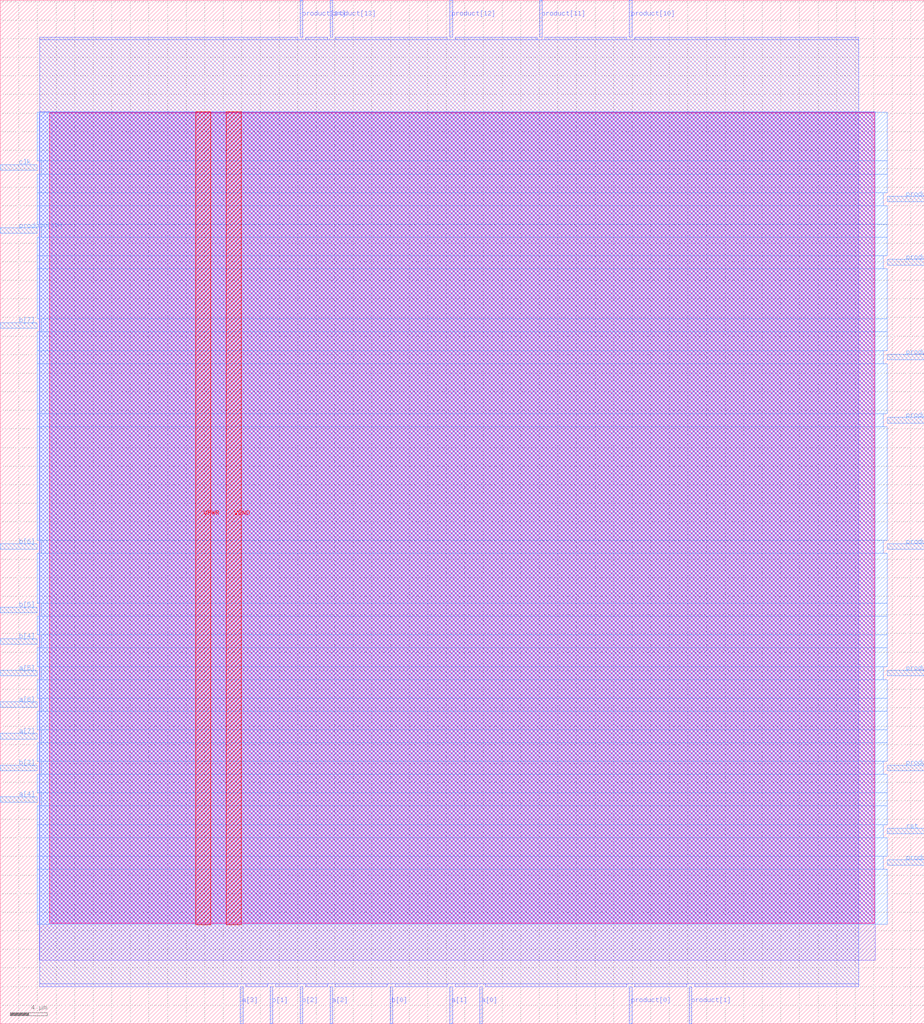
<source format=lef>
VERSION 5.7 ;
  NOWIREEXTENSIONATPIN ON ;
  DIVIDERCHAR "/" ;
  BUSBITCHARS "[]" ;
MACRO mult
  CLASS BLOCK ;
  FOREIGN mult ;
  ORIGIN 0.000 0.000 ;
  SIZE 99.430 BY 110.150 ;
  PIN VGND
    DIRECTION INOUT ;
    USE GROUND ;
    PORT
      LAYER met4 ;
        RECT 24.340 10.640 25.940 98.160 ;
    END
  END VGND
  PIN VPWR
    DIRECTION INOUT ;
    USE POWER ;
    PORT
      LAYER met4 ;
        RECT 21.040 10.640 22.640 98.160 ;
    END
  END VPWR
  PIN a[0]
    DIRECTION INPUT ;
    USE SIGNAL ;
    ANTENNAGATEAREA 0.196500 ;
    PORT
      LAYER met2 ;
        RECT 51.610 0.000 51.890 4.000 ;
    END
  END a[0]
  PIN a[1]
    DIRECTION INPUT ;
    USE SIGNAL ;
    ANTENNAGATEAREA 0.196500 ;
    PORT
      LAYER met2 ;
        RECT 48.390 0.000 48.670 4.000 ;
    END
  END a[1]
  PIN a[2]
    DIRECTION INPUT ;
    USE SIGNAL ;
    ANTENNAGATEAREA 0.196500 ;
    PORT
      LAYER met2 ;
        RECT 35.510 0.000 35.790 4.000 ;
    END
  END a[2]
  PIN a[3]
    DIRECTION INPUT ;
    USE SIGNAL ;
    ANTENNAGATEAREA 0.196500 ;
    PORT
      LAYER met2 ;
        RECT 25.850 0.000 26.130 4.000 ;
    END
  END a[3]
  PIN a[4]
    DIRECTION INPUT ;
    USE SIGNAL ;
    ANTENNAGATEAREA 0.196500 ;
    PORT
      LAYER met3 ;
        RECT 0.000 23.840 4.000 24.440 ;
    END
  END a[4]
  PIN a[5]
    DIRECTION INPUT ;
    USE SIGNAL ;
    ANTENNAGATEAREA 0.196500 ;
    PORT
      LAYER met3 ;
        RECT 0.000 37.440 4.000 38.040 ;
    END
  END a[5]
  PIN a[6]
    DIRECTION INPUT ;
    USE SIGNAL ;
    ANTENNAGATEAREA 0.196500 ;
    PORT
      LAYER met3 ;
        RECT 0.000 34.040 4.000 34.640 ;
    END
  END a[6]
  PIN a[7]
    DIRECTION INPUT ;
    USE SIGNAL ;
    ANTENNAGATEAREA 0.196500 ;
    PORT
      LAYER met3 ;
        RECT 0.000 30.640 4.000 31.240 ;
    END
  END a[7]
  PIN b[0]
    DIRECTION INPUT ;
    USE SIGNAL ;
    ANTENNAGATEAREA 0.196500 ;
    PORT
      LAYER met2 ;
        RECT 41.950 0.000 42.230 4.000 ;
    END
  END b[0]
  PIN b[1]
    DIRECTION INPUT ;
    USE SIGNAL ;
    ANTENNAGATEAREA 0.196500 ;
    PORT
      LAYER met2 ;
        RECT 29.070 0.000 29.350 4.000 ;
    END
  END b[1]
  PIN b[2]
    DIRECTION INPUT ;
    USE SIGNAL ;
    ANTENNAGATEAREA 0.196500 ;
    PORT
      LAYER met2 ;
        RECT 32.290 0.000 32.570 4.000 ;
    END
  END b[2]
  PIN b[3]
    DIRECTION INPUT ;
    USE SIGNAL ;
    ANTENNAGATEAREA 0.196500 ;
    PORT
      LAYER met3 ;
        RECT 0.000 27.240 4.000 27.840 ;
    END
  END b[3]
  PIN b[4]
    DIRECTION INPUT ;
    USE SIGNAL ;
    ANTENNAGATEAREA 0.196500 ;
    PORT
      LAYER met3 ;
        RECT 0.000 40.840 4.000 41.440 ;
    END
  END b[4]
  PIN b[5]
    DIRECTION INPUT ;
    USE SIGNAL ;
    ANTENNAGATEAREA 0.196500 ;
    PORT
      LAYER met3 ;
        RECT 0.000 44.240 4.000 44.840 ;
    END
  END b[5]
  PIN b[6]
    DIRECTION INPUT ;
    USE SIGNAL ;
    ANTENNAGATEAREA 0.196500 ;
    PORT
      LAYER met3 ;
        RECT 0.000 51.040 4.000 51.640 ;
    END
  END b[6]
  PIN b[7]
    DIRECTION INPUT ;
    USE SIGNAL ;
    ANTENNAGATEAREA 0.196500 ;
    PORT
      LAYER met3 ;
        RECT 0.000 74.840 4.000 75.440 ;
    END
  END b[7]
  PIN clk
    DIRECTION INPUT ;
    USE SIGNAL ;
    ANTENNAGATEAREA 0.852000 ;
    PORT
      LAYER met3 ;
        RECT 0.000 91.840 4.000 92.440 ;
    END
  END clk
  PIN product[0]
    DIRECTION OUTPUT ;
    USE SIGNAL ;
    ANTENNADIFFAREA 0.445500 ;
    PORT
      LAYER met2 ;
        RECT 67.710 0.000 67.990 4.000 ;
    END
  END product[0]
  PIN product[10]
    DIRECTION OUTPUT ;
    USE SIGNAL ;
    ANTENNADIFFAREA 0.445500 ;
    PORT
      LAYER met2 ;
        RECT 67.710 106.150 67.990 110.150 ;
    END
  END product[10]
  PIN product[11]
    DIRECTION OUTPUT ;
    USE SIGNAL ;
    ANTENNADIFFAREA 0.445500 ;
    PORT
      LAYER met2 ;
        RECT 58.050 106.150 58.330 110.150 ;
    END
  END product[11]
  PIN product[12]
    DIRECTION OUTPUT ;
    USE SIGNAL ;
    ANTENNADIFFAREA 0.445500 ;
    PORT
      LAYER met2 ;
        RECT 48.390 106.150 48.670 110.150 ;
    END
  END product[12]
  PIN product[13]
    DIRECTION OUTPUT ;
    USE SIGNAL ;
    ANTENNADIFFAREA 0.445500 ;
    PORT
      LAYER met2 ;
        RECT 35.510 106.150 35.790 110.150 ;
    END
  END product[13]
  PIN product[14]
    DIRECTION OUTPUT ;
    USE SIGNAL ;
    ANTENNADIFFAREA 0.445500 ;
    PORT
      LAYER met2 ;
        RECT 32.290 106.150 32.570 110.150 ;
    END
  END product[14]
  PIN product[15]
    DIRECTION OUTPUT ;
    USE SIGNAL ;
    ANTENNADIFFAREA 0.445500 ;
    PORT
      LAYER met3 ;
        RECT 0.000 85.040 4.000 85.640 ;
    END
  END product[15]
  PIN product[1]
    DIRECTION OUTPUT ;
    USE SIGNAL ;
    ANTENNADIFFAREA 0.445500 ;
    PORT
      LAYER met2 ;
        RECT 74.150 0.000 74.430 4.000 ;
    END
  END product[1]
  PIN product[2]
    DIRECTION OUTPUT ;
    USE SIGNAL ;
    ANTENNADIFFAREA 0.445500 ;
    PORT
      LAYER met3 ;
        RECT 95.430 17.040 99.430 17.640 ;
    END
  END product[2]
  PIN product[3]
    DIRECTION OUTPUT ;
    USE SIGNAL ;
    ANTENNADIFFAREA 0.445500 ;
    PORT
      LAYER met3 ;
        RECT 95.430 27.240 99.430 27.840 ;
    END
  END product[3]
  PIN product[4]
    DIRECTION OUTPUT ;
    USE SIGNAL ;
    ANTENNADIFFAREA 0.445500 ;
    PORT
      LAYER met3 ;
        RECT 95.430 37.440 99.430 38.040 ;
    END
  END product[4]
  PIN product[5]
    DIRECTION OUTPUT ;
    USE SIGNAL ;
    ANTENNADIFFAREA 0.445500 ;
    PORT
      LAYER met3 ;
        RECT 95.430 51.040 99.430 51.640 ;
    END
  END product[5]
  PIN product[6]
    DIRECTION OUTPUT ;
    USE SIGNAL ;
    ANTENNADIFFAREA 0.445500 ;
    PORT
      LAYER met3 ;
        RECT 95.430 64.640 99.430 65.240 ;
    END
  END product[6]
  PIN product[7]
    DIRECTION OUTPUT ;
    USE SIGNAL ;
    ANTENNADIFFAREA 0.445500 ;
    PORT
      LAYER met3 ;
        RECT 95.430 71.440 99.430 72.040 ;
    END
  END product[7]
  PIN product[8]
    DIRECTION OUTPUT ;
    USE SIGNAL ;
    ANTENNADIFFAREA 0.445500 ;
    PORT
      LAYER met3 ;
        RECT 95.430 81.640 99.430 82.240 ;
    END
  END product[8]
  PIN product[9]
    DIRECTION OUTPUT ;
    USE SIGNAL ;
    ANTENNADIFFAREA 0.445500 ;
    PORT
      LAYER met3 ;
        RECT 95.430 88.440 99.430 89.040 ;
    END
  END product[9]
  PIN rst
    DIRECTION INPUT ;
    USE SIGNAL ;
    ANTENNAGATEAREA 0.196500 ;
    PORT
      LAYER met3 ;
        RECT 95.430 20.440 99.430 21.040 ;
    END
  END rst
  OBS
      LAYER nwell ;
        RECT 5.330 10.795 94.030 98.005 ;
      LAYER li1 ;
        RECT 5.520 10.795 93.840 98.005 ;
      LAYER met1 ;
        RECT 4.210 6.840 94.140 98.160 ;
      LAYER met2 ;
        RECT 4.230 105.870 32.010 106.150 ;
        RECT 32.850 105.870 35.230 106.150 ;
        RECT 36.070 105.870 48.110 106.150 ;
        RECT 48.950 105.870 57.770 106.150 ;
        RECT 58.610 105.870 67.430 106.150 ;
        RECT 68.270 105.870 92.370 106.150 ;
        RECT 4.230 4.280 92.370 105.870 ;
        RECT 4.230 4.000 25.570 4.280 ;
        RECT 26.410 4.000 28.790 4.280 ;
        RECT 29.630 4.000 32.010 4.280 ;
        RECT 32.850 4.000 35.230 4.280 ;
        RECT 36.070 4.000 41.670 4.280 ;
        RECT 42.510 4.000 48.110 4.280 ;
        RECT 48.950 4.000 51.330 4.280 ;
        RECT 52.170 4.000 67.430 4.280 ;
        RECT 68.270 4.000 73.870 4.280 ;
        RECT 74.710 4.000 92.370 4.280 ;
      LAYER met3 ;
        RECT 3.990 92.840 95.430 98.085 ;
        RECT 4.400 91.440 95.430 92.840 ;
        RECT 3.990 89.440 95.430 91.440 ;
        RECT 3.990 88.040 95.030 89.440 ;
        RECT 3.990 86.040 95.430 88.040 ;
        RECT 4.400 84.640 95.430 86.040 ;
        RECT 3.990 82.640 95.430 84.640 ;
        RECT 3.990 81.240 95.030 82.640 ;
        RECT 3.990 75.840 95.430 81.240 ;
        RECT 4.400 74.440 95.430 75.840 ;
        RECT 3.990 72.440 95.430 74.440 ;
        RECT 3.990 71.040 95.030 72.440 ;
        RECT 3.990 65.640 95.430 71.040 ;
        RECT 3.990 64.240 95.030 65.640 ;
        RECT 3.990 52.040 95.430 64.240 ;
        RECT 4.400 50.640 95.030 52.040 ;
        RECT 3.990 45.240 95.430 50.640 ;
        RECT 4.400 43.840 95.430 45.240 ;
        RECT 3.990 41.840 95.430 43.840 ;
        RECT 4.400 40.440 95.430 41.840 ;
        RECT 3.990 38.440 95.430 40.440 ;
        RECT 4.400 37.040 95.030 38.440 ;
        RECT 3.990 35.040 95.430 37.040 ;
        RECT 4.400 33.640 95.430 35.040 ;
        RECT 3.990 31.640 95.430 33.640 ;
        RECT 4.400 30.240 95.430 31.640 ;
        RECT 3.990 28.240 95.430 30.240 ;
        RECT 4.400 26.840 95.030 28.240 ;
        RECT 3.990 24.840 95.430 26.840 ;
        RECT 4.400 23.440 95.430 24.840 ;
        RECT 3.990 21.440 95.430 23.440 ;
        RECT 3.990 20.040 95.030 21.440 ;
        RECT 3.990 18.040 95.430 20.040 ;
        RECT 3.990 16.640 95.030 18.040 ;
        RECT 3.990 10.715 95.430 16.640 ;
  END
END mult
END LIBRARY


</source>
